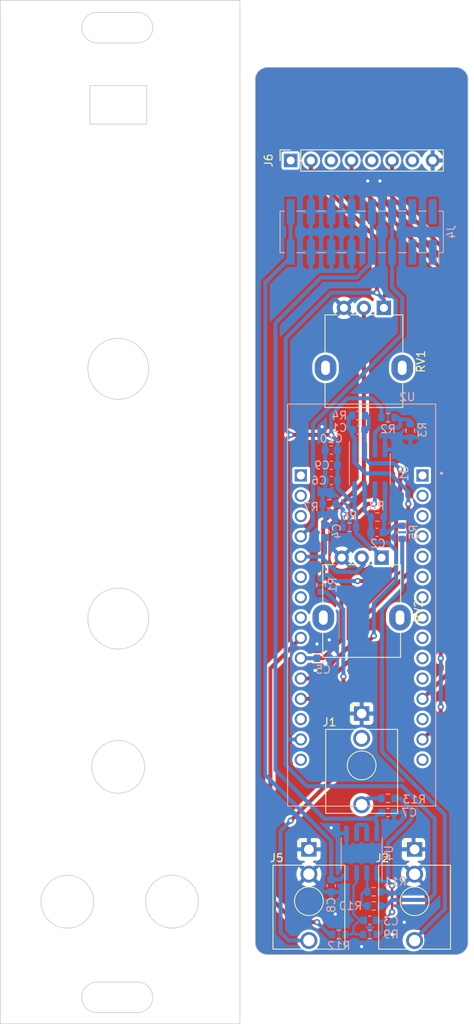
<source format=kicad_pcb>
(kicad_pcb (version 20221018) (generator pcbnew)
  (title_block (title "Module_TOF_Eurorack"))
  (layers (0 "F.Cu" signal) (31 "B.Cu" signal) (34 "B.Paste" user) (35 "F.Paste" user) (36 "B.SilkS" user "B.Silkscreen") (37 "F.SilkS" user "F.Silkscreen") (38 "B.Mask" user) (39 "F.Mask" user) (44 "Edge.Cuts" user))
  (net 0 "")
  (net 1 "/MCP1A-")
  (net 2 "ADC1")
  (net 3 "ADC0")
  (net 4 "Net-(U4A-+)")
  (net 5 "Net-(C3-Pad2)")
  (net 6 "ADC2")
  (net 7 "GND")
  (net 8 "ADC3")
  (net 9 "+3.3V")
  (net 10 "+12V")
  (net 11 "-12V")
  (net 12 "Net-(J1-PadT)")
  (net 14 "Net-(J2-PadT)")
  (net 19 "+5V")
  (net 20 "Net-(J5-PadT)")
  (net 23 "ToF-data")
  (net 25 "ToF_clk")
  (net 27 "/MCP1A+")
  (net 28 "Net-(U4A--)")
  (net 29 "DAC")
  (net 30 "Net-(U4B--)")
  (net 52 "/MCP1A-5")
  (net 53 "/MCP1A+6")
  (footprint "Potentiometer_THT:Potentiometer_Alpha_RD901F-40-00D_Single_Vertical" (layer "F.Cu") (at 162.647 100.577 -90)
    (fp_text reference "RV2" (at 6.71 -4.64 90) (layer "F.SilkS"))
    (fp_text value "R_Potentiometer")
    (pad "" thru_hole oval (at 7.5 -2.3) (size 2.72 3.24) (drill oval 1.1 1.8) (layers "*.Cu" "*.Mask"))
    (pad "" thru_hole oval (at 7.5 7.3) (size 2.72 3.24) (drill oval 1.1 1.8) (layers "*.Cu" "*.Mask"))
    (pad "1" thru_hole rect (at 0 0) (size 1.8 1.8) (drill 1) (layers "*.Cu" "*.Mask") (net 9 "+3.3V"))
    (pad "2" thru_hole circle (at 0 2.5) (size 1.8 1.8) (drill 1) (layers "*.Cu" "*.Mask") (net 6 "ADC2"))
    (pad "3" thru_hole circle (at 0 5) (size 1.8 1.8) (drill 1) (layers "*.Cu" "*.Mask") (net 7 "GND"))
  )
  (footprint "Connector_Audio:Jack_3.5mm_QingPu_WQP-PJ398SM_Vertical_CircularHoles" (layer "F.Cu") (at 153.543 137.063)
    (fp_text reference "J5" (at -4.03 1.08 180) (layer "F.SilkS"))
    (fp_text value "AudioJack2_SwitchT")
    (pad "S" thru_hole rect (at 0 0 180) (size 1.93 1.83) (drill 1.22) (layers "*.Cu" "*.Mask") (net 7 "GND"))
    (pad "T" thru_hole circle (at 0 11.4 180) (size 2.13 2.13) (drill 1.43) (layers "*.Cu" "*.Mask") (net 20 "Net-(J5-PadT)"))
    (pad "TN" thru_hole circle (at 0 3.1 180) (size 2.13 2.13) (drill 1.42) (layers "*.Cu" "*.Mask") (net 7 "GND"))
    (zone (net 0) (net_name "") (layer "F.Cu") (connect_pads (clearance 0)) (min_thickness 0.254)
      (keepout (tracks not_allowed) (vias not_allowed) (pads not_allowed) (copperpour not_allowed) (footprints not_allowed))
      (fill (thermal_gap 0.508) (thermal_bridge_width 0.508))
      (polygon (pts (xy 155.048141 143.543) (xy 155.02793 143.297171) (xy 154.967841 143.057945) (xy 154.869486 142.831744) (xy 154.735508 142.624645) (xy 154.569504 142.44221) (xy 154.375932 142.289336) (xy 154.159992 142.170131) (xy 153.927482 142.087794) (xy 153.684646 142.044539) (xy 153.438007 142.041525) (xy 153.194187 142.078835) (xy 152.959734 142.155466) (xy 152.740946 142.26936) (xy 152.543697 142.417458) (xy 152.373286 142.595784) (xy 152.234288 142.799548) (xy 152.130436 143.023278) (xy 152.064519 143.260965) (xy 152.038308 143.506226) (xy 152.052507 143.752475) (xy 152.106734 143.993099) (xy 152.199532 144.221634) (xy 152.328411 144.431945) (xy 152.489908 144.618382) (xy 152.679687 144.775939) (xy 152.89265 144.900385) (xy 153.123079 144.988377) (xy 153.364785 145.037553) (xy 153.611278 145.046592) (xy 153.855936 145.01525) (xy 154.092191 144.94437) (xy 154.313697 144.835856) (xy 154.514505 144.692621) (xy 154.689223 144.518512) (xy 154.833158 144.318205) (xy 154.942445 144.097079) (xy 155.014149 143.861074) (xy 155.046344 143.616526)))
    )
  )
  (footprint "Connector_Audio:Jack_3.5mm_QingPu_WQP-PJ398SM_Vertical_CircularHoles" (layer "F.Cu") (at 166.7764 137.0696)
    (fp_text reference "J2" (at -4.03 1.08 180) (layer "F.SilkS"))
    (fp_text value "AudioJack2_SwitchT")
    (pad "S" thru_hole rect (at 0 0 180) (size 1.93 1.83) (drill 1.22) (layers "*.Cu" "*.Mask") (net 7 "GND"))
    (pad "T" thru_hole circle (at 0 11.4 180) (size 2.13 2.13) (drill 1.43) (layers "*.Cu" "*.Mask") (net 14 "Net-(J2-PadT)"))
    (pad "TN" thru_hole circle (at 0 3.1 180) (size 2.13 2.13) (drill 1.42) (layers "*.Cu" "*.Mask") (net 7 "GND"))
    (zone (net 0) (net_name "") (layer "F.Cu") (connect_pads (clearance 0)) (min_thickness 0.254)
      (keepout (tracks not_allowed) (vias not_allowed) (pads not_allowed) (copperpour not_allowed) (footprints not_allowed))
      (fill (thermal_gap 0.508) (thermal_bridge_width 0.508))
      (polygon (pts (xy 168.281541 143.5496) (xy 168.26133 143.303771) (xy 168.201241 143.064545) (xy 168.102886 142.838344) (xy 167.968908 142.631245) (xy 167.802904 142.44881) (xy 167.609332 142.295936) (xy 167.393392 142.176731) (xy 167.160882 142.094394) (xy 166.918046 142.051139) (xy 166.671407 142.048125) (xy 166.427587 142.085435) (xy 166.193134 142.162066) (xy 165.974346 142.27596) (xy 165.777097 142.424058) (xy 165.606686 142.602384) (xy 165.467688 142.806148) (xy 165.363836 143.029878) (xy 165.297919 143.267565) (xy 165.271708 143.512826) (xy 165.285907 143.759075) (xy 165.340134 143.999699) (xy 165.432932 144.228234) (xy 165.561811 144.438545) (xy 165.723308 144.624982) (xy 165.913087 144.782539) (xy 166.12605 144.906985) (xy 166.356479 144.994977) (xy 166.598185 145.044153) (xy 166.844678 145.053192) (xy 167.089336 145.02185) (xy 167.325591 144.95097) (xy 167.547097 144.842456) (xy 167.747905 144.699221) (xy 167.922623 144.525112) (xy 168.066558 144.324805) (xy 168.175845 144.103679) (xy 168.247549 143.867674) (xy 168.279744 143.623126)))
    )
  )
  (footprint "Connector_Audio:Jack_3.5mm_QingPu_WQP-PJ398SM_Vertical_CircularHoles" (layer "F.Cu") (at 160.147 120.077)
    (fp_text reference "J1" (at -4.03 1.08 180) (layer "F.SilkS"))
    (fp_text value "AudioJack2_SwitchT")
    (pad "S" thru_hole rect (at 0 0 180) (size 1.93 1.83) (drill 1.22) (layers "*.Cu" "*.Mask") (net 7 "GND"))
    (pad "T" thru_hole circle (at 0 11.4 180) (size 2.13 2.13) (drill 1.43) (layers "*.Cu" "*.Mask") (net 12 "Net-(J1-PadT)"))
    (pad "TN" thru_hole circle (at 0 3.1 180) (size 2.13 2.13) (drill 1.42) (layers "*.Cu" "*.Mask"))
    (zone (net 0) (net_name "") (layer "F.Cu") (connect_pads (clearance 0)) (min_thickness 0.254)
      (keepout (tracks not_allowed) (vias not_allowed) (pads not_allowed) (copperpour not_allowed) (footprints not_allowed))
      (fill (thermal_gap 0.508) (thermal_bridge_width 0.508))
      (polygon (pts (xy 161.652141 126.557) (xy 161.63193 126.311171) (xy 161.571841 126.071945) (xy 161.473486 125.845744) (xy 161.339508 125.638645) (xy 161.173504 125.45621) (xy 160.979932 125.303336) (xy 160.763992 125.184131) (xy 160.531482 125.101794) (xy 160.288646 125.058539) (xy 160.042007 125.055525) (xy 159.798187 125.092835) (xy 159.563734 125.169466) (xy 159.344946 125.28336) (xy 159.147697 125.431458) (xy 158.977286 125.609784) (xy 158.838288 125.813548) (xy 158.734436 126.037278) (xy 158.668519 126.274965) (xy 158.642308 126.520226) (xy 158.656507 126.766475) (xy 158.710734 127.007099) (xy 158.803532 127.235634) (xy 158.932411 127.445945) (xy 159.093908 127.632382) (xy 159.283687 127.789939) (xy 159.49665 127.914385) (xy 159.727079 128.002377) (xy 159.968785 128.051553) (xy 160.215278 128.060592) (xy 160.459936 128.02925) (xy 160.696191 127.95837) (xy 160.917697 127.849856) (xy 161.118505 127.706621) (xy 161.293223 127.532512) (xy 161.437158 127.332205) (xy 161.546445 127.111079) (xy 161.618149 126.875074) (xy 161.650344 126.630526)))
    )
  )
  (footprint "Connector_PinSocket_2.54mm:PinSocket_1x08_P2.54mm_Vertical" (layer "F.Cu") (at 151.257 50.902 90)
    (fp_text reference "J6" (at 0 -2.77 90) (layer "F.SilkS"))
    (fp_text value "Conn_01x08")
    (pad "1" thru_hole rect (at 0 0 90) (size 1.7 1.7) (drill 1) (layers "*.Cu" "*.Mask"))
    (pad "2" thru_hole oval (at 0 2.54 90) (size 1.7 1.7) (drill 1) (layers "*.Cu" "*.Mask") (net 9 "+3.3V"))
    (pad "3" thru_hole oval (at 0 5.08 90) (size 1.7 1.7) (drill 1) (layers "*.Cu" "*.Mask"))
    (pad "4" thru_hole oval (at 0 7.62 90) (size 1.7 1.7) (drill 1) (layers "*.Cu" "*.Mask") (net 23 "ToF-data"))
    (pad "5" thru_hole oval (at 0 10.16 90) (size 1.7 1.7) (drill 1) (layers "*.Cu" "*.Mask"))
    (pad "6" thru_hole oval (at 0 12.7 90) (size 1.7 1.7) (drill 1) (layers "*.Cu" "*.Mask") (net 25 "ToF_clk"))
    (pad "7" thru_hole oval (at 0 15.24 90) (size 1.7 1.7) (drill 1) (layers "*.Cu" "*.Mask"))
    (pad "8" thru_hole oval (at 0 17.78 90) (size 1.7 1.7) (drill 1) (layers "*.Cu" "*.Mask") (net 7 "GND"))
  )
  (footprint "Potentiometer_THT:Potentiometer_Alpha_RD901F-40-00D_Single_Vertical" (layer "F.Cu") (at 162.927 69.332 -90)
    (fp_text reference "RV1" (at 6.71 -4.64 90) (layer "F.SilkS"))
    (fp_text value "R_Potentiometer")
    (pad "" thru_hole oval (at 7.5 -2.3) (size 2.72 3.24) (drill oval 1.1 1.8) (layers "*.Cu" "*.Mask"))
    (pad "" thru_hole oval (at 7.5 7.3) (size 2.72 3.24) (drill oval 1.1 1.8) (layers "*.Cu" "*.Mask"))
    (pad "1" thru_hole rect (at 0 0) (size 1.8 1.8) (drill 1) (layers "*.Cu" "*.Mask") (net 9 "+3.3V"))
    (pad "2" thru_hole circle (at 0 2.5) (size 1.8 1.8) (drill 1) (layers "*.Cu" "*.Mask") (net 8 "ADC3"))
    (pad "3" thru_hole circle (at 0 5) (size 1.8 1.8) (drill 1) (layers "*.Cu" "*.Mask") (net 7 "GND"))
  )
  (footprint "Resistor_SMD:R_0603_1608Metric" (layer "B.Cu") (at 161.671 142.367 180)
    (fp_text reference "R11" (at -2.667 1.27) (layer "B.SilkS") (effects (justify mirror)))
    (fp_text value "27k")
    (pad "1" smd roundrect (at -0.825 0 180) (size 0.8 0.95) (layers "B.Cu" "B.Paste" "B.Mask") (net 7 "GND"))
    (pad "2" smd roundrect (at 0.825 0 180) (size 0.8 0.95) (layers "B.Cu" "B.Paste" "B.Mask") (net 28 "Net-(U4A--)"))
  )
  (footprint "Connector_PinHeader_2.54mm:PinHeader_2x08_P2.54mm_Vertical_SMD" (layer "B.Cu") (at 160.147 59.832 90)
    (fp_text reference "J4" (at 0 11.22 90) (layer "B.SilkS") (effects (justify mirror)))
    (fp_text value "POWER")
    (pad "1" smd rect (at -2.525 8.89 90) (size 3.15 1) (layers "B.Cu" "B.Paste" "B.Mask"))
    (pad "2" smd rect (at 2.525 8.89 90) (size 3.15 1) (layers "B.Cu" "B.Paste" "B.Mask"))
    (pad "3" smd rect (at -2.525 6.35 90) (size 3.15 1) (layers "B.Cu" "B.Paste" "B.Mask"))
    (pad "4" smd rect (at 2.525 6.35 90) (size 3.15 1) (layers "B.Cu" "B.Paste" "B.Mask"))
    (pad "5" smd rect (at -2.525 3.81 90) (size 3.15 1) (layers "B.Cu" "B.Paste" "B.Mask") (net 19 "+5V"))
    (pad "6" smd rect (at 2.525 3.81 90) (size 3.15 1) (layers "B.Cu" "B.Paste" "B.Mask") (net 19 "+5V"))
    (pad "7" smd rect (at -2.525 1.27 90) (size 3.15 1) (layers "B.Cu" "B.Paste" "B.Mask") (net 10 "+12V"))
    (pad "8" smd rect (at 2.525 1.27 90) (size 3.15 1) (layers "B.Cu" "B.Paste" "B.Mask") (net 10 "+12V"))
    (pad "9" smd rect (at -2.525 -1.27 90) (size 3.15 1) (layers "B.Cu" "B.Paste" "B.Mask") (net 7 "GND"))
    (pad "10" smd rect (at 2.525 -1.27 90) (size 3.15 1) (layers "B.Cu" "B.Paste" "B.Mask") (net 7 "GND"))
    (pad "11" smd rect (at -2.525 -3.81 90) (size 3.15 1) (layers "B.Cu" "B.Paste" "B.Mask") (net 7 "GND"))
    (pad "12" smd rect (at 2.525 -3.81 90) (size 3.15 1) (layers "B.Cu" "B.Paste" "B.Mask") (net 7 "GND"))
    (pad "13" smd rect (at -2.525 -6.35 90) (size 3.15 1) (layers "B.Cu" "B.Paste" "B.Mask") (net 7 "GND"))
    (pad "14" smd rect (at 2.525 -6.35 90) (size 3.15 1) (layers "B.Cu" "B.Paste" "B.Mask") (net 7 "GND"))
    (pad "15" smd rect (at -2.525 -8.89 90) (size 3.15 1) (layers "B.Cu" "B.Paste" "B.Mask") (net 11 "-12V"))
    (pad "16" smd rect (at 2.525 -8.89 90) (size 3.15 1) (layers "B.Cu" "B.Paste" "B.Mask") (net 11 "-12V"))
  )
  (footprint "Capacitor_SMD:C_0603_1608Metric" (layer "B.Cu") (at 156.35 90.932 180)
    (fp_text reference "C6" (at 1.537 0) (layer "B.SilkS") (effects (justify mirror)))
    (fp_text value "100nF")
    (pad "1" smd roundrect (at -0.775 0 180) (size 0.9 0.95) (layers "B.Cu" "B.Paste" "B.Mask") (net 9 "+3.3V"))
    (pad "2" smd roundrect (at 0.775 0 180) (size 0.9 0.95) (layers "B.Cu" "B.Paste" "B.Mask") (net 7 "GND"))
  )
  (footprint "Capacitor_SMD:C_0603_1608Metric" (layer "B.Cu") (at 155.321 113.157)
    (fp_text reference "C5" (at 0 1.43) (layer "B.SilkS") (effects (justify mirror)))
    (fp_text value "100nF")
    (pad "1" smd roundrect (at -0.775 0) (size 0.9 0.95) (layers "B.Cu" "B.Paste" "B.Mask") (net 8 "ADC3"))
    (pad "2" smd roundrect (at 0.775 0) (size 0.9 0.95) (layers "B.Cu" "B.Paste" "B.Mask") (net 7 "GND"))
  )
  (footprint "Capacitor_SMD:C_0603_1608Metric" (layer "B.Cu") (at 155.575 97.282 90)
    (fp_text reference "C4" (at 0 1.43 90) (layer "B.SilkS") (effects (justify mirror)))
    (fp_text value "100nF")
    (pad "1" smd roundrect (at -0.775 0 90) (size 0.9 0.95) (layers "B.Cu" "B.Paste" "B.Mask") (net 6 "ADC2"))
    (pad "2" smd roundrect (at 0.775 0 90) (size 0.9 0.95) (layers "B.Cu" "B.Paste" "B.Mask") (net 7 "GND"))
  )
  (footprint "Capacitor_SMD:C_0603_1608Metric" (layer "B.Cu") (at 161.163 145.923)
    (fp_text reference "C3" (at 2.667 0.127) (layer "B.SilkS") (effects (justify mirror)))
    (fp_text value "100p")
    (pad "1" smd roundrect (at -0.775 0) (size 0.9 0.95) (layers "B.Cu" "B.Paste" "B.Mask") (net 4 "Net-(U4A-+)"))
    (pad "2" smd roundrect (at 0.775 0) (size 0.9 0.95) (layers "B.Cu" "B.Paste" "B.Mask") (net 5 "Net-(C3-Pad2)"))
  )
  (footprint "Capacitor_SMD:C_0603_1608Metric" (layer "B.Cu") (at 162.066 97.409 180)
    (fp_text reference "C2" (at -0.113 -1.397) (layer "B.SilkS") (effects (justify mirror)))
    (fp_text value "270pF")
    (pad "1" smd roundrect (at -0.775 0 180) (size 0.9 0.95) (layers "B.Cu" "B.Paste" "B.Mask") (net 52 "/MCP1A-5"))
    (pad "2" smd roundrect (at 0.775 0 180) (size 0.9 0.95) (layers "B.Cu" "B.Paste" "B.Mask") (net 3 "ADC0"))
  )
  (footprint "Capacitor_SMD:C_0603_1608Metric" (layer "B.Cu") (at 156.337 141.605 90)
    (fp_text reference "C8" (at -2.413 0 90) (layer "B.SilkS") (effects (justify mirror)))
    (fp_text value "LIRE_LA_DOC")
    (pad "1" smd roundrect (at -0.775 0 90) (size 0.9 0.95) (layers "B.Cu" "B.Paste" "B.Mask") (net 7 "GND"))
    (pad "2" smd roundrect (at 0.775 0 90) (size 0.9 0.95) (layers "B.Cu" "B.Paste" "B.Mask") (net 11 "-12V"))
  )
  (footprint "Resistor_SMD:R_0603_1608Metric" (layer "B.Cu") (at 156.083 93.853)
    (fp_text reference "R7" (at -2.286 0.381) (layer "B.SilkS") (effects (justify mirror)))
    (fp_text value "27k")
    (pad "1" smd roundrect (at -0.825 0) (size 0.8 0.95) (layers "B.Cu" "B.Paste" "B.Mask") (net 7 "GND"))
    (pad "2" smd roundrect (at 0.825 0) (size 0.8 0.95) (layers "B.Cu" "B.Paste" "B.Mask") (net 53 "/MCP1A+6"))
  )
  (footprint "Package_SO:SOIC-8_3.9x4.9mm_P1.27mm" (layer "B.Cu") (at 160.147 137.541 90)
    (fp_text reference "U4" (at 0 3.4 90) (layer "B.SilkS") (effects (justify mirror)))
    (fp_text value "TL072")
    (pad "1" smd roundrect (at -2.475 1.905 90) (size 1.95 0.6) (layers "B.Cu" "B.Paste" "B.Mask") (net 5 "Net-(C3-Pad2)"))
    (pad "2" smd roundrect (at -2.475 0.635 90) (size 1.95 0.6) (layers "B.Cu" "B.Paste" "B.Mask") (net 28 "Net-(U4A--)"))
    (pad "3" smd roundrect (at -2.475 -0.635 90) (size 1.95 0.6) (layers "B.Cu" "B.Paste" "B.Mask") (net 4 "Net-(U4A-+)"))
    (pad "4" smd roundrect (at -2.475 -1.905 90) (size 1.95 0.6) (layers "B.Cu" "B.Paste" "B.Mask") (net 11 "-12V"))
    (pad "5" smd roundrect (at 2.475 -1.905 90) (size 1.95 0.6) (layers "B.Cu" "B.Paste" "B.Mask") (net 7 "GND"))
    (pad "6" smd roundrect (at 2.475 -0.635 90) (size 1.95 0.6) (layers "B.Cu" "B.Paste" "B.Mask") (net 30 "Net-(U4B--)"))
    (pad "7" smd roundrect (at 2.475 0.635 90) (size 1.95 0.6) (layers "B.Cu" "B.Paste" "B.Mask") (net 30 "Net-(U4B--)"))
    (pad "8" smd roundrect (at 2.475 1.905 90) (size 1.95 0.6) (layers "B.Cu" "B.Paste" "B.Mask") (net 10 "+12V"))
  )
  (footprint "Resistor_SMD:R_0603_1608Metric" (layer "B.Cu") (at 158.623 96.774 180)
    (fp_text reference "R6" (at 0 1.43) (layer "B.SilkS") (effects (justify mirror)))
    (fp_text value "36k")
    (pad "1" smd roundrect (at -0.825 0 180) (size 0.8 0.95) (layers "B.Cu" "B.Paste" "B.Mask") (net 9 "+3.3V"))
    (pad "2" smd roundrect (at 0.825 0 180) (size 0.8 0.95) (layers "B.Cu" "B.Paste" "B.Mask") (net 53 "/MCP1A+6"))
  )
  (footprint "Resistor_SMD:R_0603_1608Metric" (layer "B.Cu") (at 163.449 83.058)
    (fp_text reference "R2" (at 0 1.43) (layer "B.SilkS") (effects (justify mirror)))
    (fp_text value "36k")
    (pad "1" smd roundrect (at -0.825 0) (size 0.8 0.95) (layers "B.Cu" "B.Paste" "B.Mask") (net 9 "+3.3V"))
    (pad "2" smd roundrect (at 0.825 0) (size 0.8 0.95) (layers "B.Cu" "B.Paste" "B.Mask") (net 27 "/MCP1A+"))
  )
  (footprint "Resistor_SMD:R_0603_1608Metric" (layer "B.Cu") (at 163.449 130.683 180)
    (fp_text reference "R13" (at -3.302 -0.127) (layer "B.SilkS") (effects (justify mirror)))
    (fp_text value "1k")
    (pad "1" smd roundrect (at -0.825 0 180) (size 0.8 0.95) (layers "B.Cu" "B.Paste" "B.Mask") (net 5 "Net-(C3-Pad2)"))
    (pad "2" smd roundrect (at 0.825 0 180) (size 0.8 0.95) (layers "B.Cu" "B.Paste" "B.Mask") (net 12 "Net-(J1-PadT)"))
  )
  (footprint "Resistor_SMD:R_0603_1608Metric" (layer "B.Cu") (at 159.766 82.804 180)
    (fp_text reference "R4" (at 2.413 0) (layer "B.SilkS") (effects (justify mirror)))
    (fp_text value "33k")
    (pad "1" smd roundrect (at -0.825 0 180) (size 0.8 0.95) (layers "B.Cu" "B.Paste" "B.Mask") (net 1 "/MCP1A-"))
    (pad "2" smd roundrect (at 0.825 0 180) (size 0.8 0.95) (layers "B.Cu" "B.Paste" "B.Mask") (net 2 "ADC1"))
  )
  (footprint "Resistor_SMD:R_0603_1608Metric" (layer "B.Cu") (at 161.163 147.701)
    (fp_text reference "R9" (at 2.667 0) (layer "B.SilkS") (effects (justify mirror)))
    (fp_text value "91k")
    (pad "1" smd roundrect (at -0.825 0) (size 0.8 0.95) (layers "B.Cu" "B.Paste" "B.Mask") (net 4 "Net-(U4A-+)"))
    (pad "2" smd roundrect (at 0.825 0) (size 0.8 0.95) (layers "B.Cu" "B.Paste" "B.Mask") (net 5 "Net-(C3-Pad2)"))
  )
  (footprint "NUCLEO-L432KC:MODULE_NUCLEO-L432KC" (layer "B.Cu") (at 160.147 106.512 180)
    (fp_text reference "U2" (at -5.715 26.035) (layer "B.SilkS") (effects (justify mirror)))
    (fp_text value "NUCLEO-L432KC")
    (pad "CN3_1" thru_hole rect (at -7.62 16.215 180) (size 1.53 1.53) (drill 1.02) (layers "*.Cu" "*.Mask"))
    (pad "CN3_2" thru_hole circle (at -7.62 13.675 180) (size 1.53 1.53) (drill 1.02) (layers "*.Cu" "*.Mask"))
    (pad "CN3_3" thru_hole circle (at -7.62 11.135 180) (size 1.53 1.53) (drill 1.02) (layers "*.Cu" "*.Mask"))
    (pad "CN3_4" thru_hole circle (at -7.62 8.595 180) (size 1.53 1.53) (drill 1.02) (layers "*.Cu" "*.Mask"))
    (pad "CN3_5" thru_hole circle (at -7.62 6.055 180) (size 1.53 1.53) (drill 1.02) (layers "*.Cu" "*.Mask"))
    (pad "CN3_6" thru_hole circle (at -7.62 3.515 180) (size 1.53 1.53) (drill 1.02) (layers "*.Cu" "*.Mask"))
    (pad "CN3_7" thru_hole circle (at -7.62 0.975 180) (size 1.53 1.53) (drill 1.02) (layers "*.Cu" "*.Mask"))
    (pad "CN3_8" thru_hole circle (at -7.62 -1.565 180) (size 1.53 1.53) (drill 1.02) (layers "*.Cu" "*.Mask"))
    (pad "CN3_9" thru_hole circle (at -7.62 -4.105 180) (size 1.53 1.53) (drill 1.02) (layers "*.Cu" "*.Mask"))
    (pad "CN3_10" thru_hole circle (at -7.62 -6.645 180) (size 1.53 1.53) (drill 1.02) (layers "*.Cu" "*.Mask"))
    (pad "CN3_11" thru_hole circle (at -7.62 -9.185 180) (size 1.53 1.53) (drill 1.02) (layers "*.Cu" "*.Mask"))
    (pad "CN3_12" thru_hole circle (at -7.62 -11.725 180) (size 1.53 1.53) (drill 1.02) (layers "*.Cu" "*.Mask") (net 25 "ToF_clk"))
    (pad "CN3_13" thru_hole circle (at -7.62 -14.265 180) (size 1.53 1.53) (drill 1.02) (layers "*.Cu" "*.Mask"))
    (pad "CN3_14" thru_hole circle (at -7.62 -16.805 180) (size 1.53 1.53) (drill 1.02) (layers "*.Cu" "*.Mask") (net 23 "ToF-data"))
    (pad "CN3_15" thru_hole circle (at -7.62 -19.345 180) (size 1.53 1.53) (drill 1.02) (layers "*.Cu" "*.Mask"))
    (pad "CN4_1" thru_hole rect (at 7.62 16.215 180) (size 1.53 1.53) (drill 1.02) (layers "*.Cu" "*.Mask"))
    (pad "CN4_2" thru_hole circle (at 7.62 13.675 180) (size 1.53 1.53) (drill 1.02) (layers "*.Cu" "*.Mask"))
    (pad "CN4_3" thru_hole circle (at 7.62 11.135 180) (size 1.53 1.53) (drill 1.02) (layers "*.Cu" "*.Mask"))
    (pad "CN4_4" thru_hole circle (at 7.62 8.595 180) (size 1.53 1.53) (drill 1.02) (layers "*.Cu" "*.Mask") (net 19 "+5V"))
    (pad "CN4_5" thru_hole circle (at 7.62 6.055 180) (size 1.53 1.53) (drill 1.02) (layers "*.Cu" "*.Mask") (net 6 "ADC2"))
    (pad "CN4_6" thru_hole circle (at 7.62 3.515 180) (size 1.53 1.53) (drill 1.02) (layers "*.Cu" "*.Mask"))
    (pad "CN4_7" thru_hole circle (at 7.62 0.975 180) (size 1.53 1.53) (drill 1.02) (layers "*.Cu" "*.Mask"))
    (pad "CN4_8" thru_hole circle (at 7.62 -1.565 180) (size 1.53 1.53) (drill 1.02) (layers "*.Cu" "*.Mask"))
    (pad "CN4_9" thru_hole circle (at 7.62 -4.105 180) (size 1.53 1.53) (drill 1.02) (layers "*.Cu" "*.Mask") (net 29 "DAC"))
    (pad "CN4_10" thru_hole circle (at 7.62 -6.645 180) (size 1.53 1.53) (drill 1.02) (layers "*.Cu" "*.Mask") (net 8 "ADC3"))
    (pad "CN4_11" thru_hole circle (at 7.62 -9.185 180) (size 1.53 1.53) (drill 1.02) (layers "*.Cu" "*.Mask") (net 2 "ADC1"))
    (pad "CN4_12" thru_hole circle (at 7.62 -11.725 180) (size 1.53 1.53) (drill 1.02) (layers "*.Cu" "*.Mask") (net 3 "ADC0"))
    (pad "CN4_13" thru_hole circle (at 7.62 -14.265 180) (size 1.53 1.53) (drill 1.02) (layers "*.Cu" "*.Mask"))
    (pad "CN4_14" thru_hole circle (at 7.62 -16.805 180) (size 1.53 1.53) (drill 1.02) (layers "*.Cu" "*.Mask") (net 9 "+3.3V"))
    (pad "CN4_15" thru_hole circle (at 7.62 -19.345 180) (size 1.53 1.53) (drill 1.02) (layers "*.Cu" "*.Mask"))
  )
  (footprint "Resistor_SMD:R_0603_1608Metric" (layer "B.Cu") (at 166.243 84.709 90)
    (fp_text reference "R3" (at 0.127 1.524 90) (layer "B.SilkS") (effects (justify mirror)))
    (fp_text value "27k")
    (pad "1" smd roundrect (at -0.825 0 90) (size 0.8 0.95) (layers "B.Cu" "B.Paste" "B.Mask") (net 7 "GND"))
    (pad "2" smd roundrect (at 0.825 0 90) (size 0.8 0.95) (layers "B.Cu" "B.Paste" "B.Mask") (net 27 "/MCP1A+"))
  )
  (footprint "Resistor_SMD:R_0603_1608Metric" (layer "B.Cu") (at 165.227 97.409 90)
    (fp_text reference "R5" (at 0 1.43 90) (layer "B.SilkS") (effects (justify mirror)))
    (fp_text value "200k")
    (pad "1" smd roundrect (at -0.825 0 90) (size 0.8 0.95) (layers "B.Cu" "B.Paste" "B.Mask") (net 14 "Net-(J2-PadT)"))
    (pad "2" smd roundrect (at 0.825 0 90) (size 0.8 0.95) (layers "B.Cu" "B.Paste" "B.Mask") (net 52 "/MCP1A-5"))
  )
  (footprint "Package_SO:SOIC-8_3.9x4.9mm_P1.27mm" (layer "B.Cu") (at 161.163 89.535 -90)
    (fp_text reference "U1" (at 0.508 -4.318 90) (layer "B.SilkS") (effects (justify mirror)))
    (fp_text value "MCP6002-E/SN")
    (pad "1" smd roundrect (at -2.475 1.905 270) (size 1.95 0.6) (layers "B.Cu" "B.Paste" "B.Mask") (net 2 "ADC1"))
    (pad "2" smd roundrect (at -2.475 0.635 270) (size 1.95 0.6) (layers "B.Cu" "B.Paste" "B.Mask") (net 1 "/MCP1A-"))
    (pad "3" smd roundrect (at -2.475 -0.635 270) (size 1.95 0.6) (layers "B.Cu" "B.Paste" "B.Mask") (net 27 "/MCP1A+"))
    (pad "4" smd roundrect (at -2.475 -1.905 270) (size 1.95 0.6) (layers "B.Cu" "B.Paste" "B.Mask") (net 7 "GND"))
    (pad "5" smd roundrect (at 2.475 -1.905 270) (size 1.95 0.6) (layers "B.Cu" "B.Paste" "B.Mask") (net 52 "/MCP1A-5"))
    (pad "6" smd roundrect (at 2.475 -0.635 270) (size 1.95 0.6) (layers "B.Cu" "B.Paste" "B.Mask") (net 53 "/MCP1A+6"))
    (pad "7" smd roundrect (at 2.475 0.635 270) (size 1.95 0.6) (layers "B.Cu" "B.Paste" "B.Mask") (net 3 "ADC0"))
    (pad "8" smd roundrect (at 2.475 1.905 270) (size 1.95 0.6) (layers "B.Cu" "B.Paste" "B.Mask") (net 9 "+3.3V"))
  )
  (footprint "Resistor_SMD:R_0603_1608Metric" (layer "B.Cu") (at 155.067 104.013 90)
    (fp_text reference "R1" (at 0 1.43 90) (layer "B.SilkS") (effects (justify mirror)))
    (fp_text value "200k")
    (pad "1" smd roundrect (at -0.825 0 90) (size 0.8 0.95) (layers "B.Cu" "B.Paste" "B.Mask") (net 20 "Net-(J5-PadT)"))
    (pad "2" smd roundrect (at 0.825 0 90) (size 0.8 0.95) (layers "B.Cu" "B.Paste" "B.Mask") (net 1 "/MCP1A-"))
  )
  (footprint "Capacitor_SMD:C_0603_1608Metric" (layer "B.Cu") (at 163.436 132.461)
    (fp_text reference "C7" (at 2.68 0) (layer "B.SilkS") (effects (justify mirror)))
    (fp_text value "LIRE_LA_DOC")
    (pad "1" smd roundrect (at -0.775 0) (size 0.9 0.95) (layers "B.Cu" "B.Paste" "B.Mask") (net 10 "+12V"))
    (pad "2" smd roundrect (at 0.775 0) (size 0.9 0.95) (layers "B.Cu" "B.Paste" "B.Mask") (net 7 "GND"))
  )
  (footprint "Capacitor_SMD:C_0603_1608Metric" (layer "B.Cu") (at 156.35 87.122 180)
    (fp_text reference "C10" (at 0 1.43) (layer "B.SilkS") (effects (justify mirror)))
    (fp_text value "100nF")
    (pad "1" smd roundrect (at -0.775 0 180) (size 0.9 0.95) (layers "B.Cu" "B.Paste" "B.Mask") (net 9 "+3.3V"))
    (pad "2" smd roundrect (at 0.775 0 180) (size 0.9 0.95) (layers "B.Cu" "B.Paste" "B.Mask") (net 7 "GND"))
  )
  (footprint "Resistor_SMD:R_0603_1608Metric" (layer "B.Cu") (at 161.671 144.145 180)
    (fp_text reference "R10" (at 2.921 0) (layer "B.SilkS") (effects (justify mirror)))
    (fp_text value "36k")
    (pad "1" smd roundrect (at -0.825 0 180) (size 0.8 0.95) (layers "B.Cu" "B.Paste" "B.Mask") (net 9 "+3.3V"))
    (pad "2" smd roundrect (at 0.825 0 180) (size 0.8 0.95) (layers "B.Cu" "B.Paste" "B.Mask") (net 28 "Net-(U4A--)"))
  )
  (footprint "Resistor_SMD:R_0603_1608Metric" (layer "B.Cu") (at 157.29 147.701)
    (fp_text reference "R12" (at 0 1.43) (layer "B.SilkS") (effects (justify mirror)))
    (fp_text value "15k")
    (pad "1" smd roundrect (at -0.825 0) (size 0.8 0.95) (layers "B.Cu" "B.Paste" "B.Mask") (net 29 "DAC"))
    (pad "2" smd roundrect (at 0.825 0) (size 0.8 0.95) (layers "B.Cu" "B.Paste" "B.Mask") (net 4 "Net-(U4A-+)"))
  )
  (footprint "Resistor_SMD:R_0603_1608Metric" (layer "B.Cu") (at 162.116 95.504 180)
    (fp_text reference "R8" (at 0.064 1.397) (layer "B.SilkS") (effects (justify mirror)))
    (fp_text value "33k")
    (pad "1" smd roundrect (at -0.825 0 180) (size 0.8 0.95) (layers "B.Cu" "B.Paste" "B.Mask") (net 52 "/MCP1A-5"))
    (pad "2" smd roundrect (at 0.825 0 180) (size 0.8 0.95) (layers "B.Cu" "B.Paste" "B.Mask") (net 3 "ADC0"))
  )
  (footprint "Capacitor_SMD:C_0603_1608Metric" (layer "B.Cu") (at 156.35 89.027 180)
    (fp_text reference "C9" (at 1.156 0) (layer "B.SilkS") (effects (justify mirror)))
    (fp_text value "1uF")
    (pad "1" smd roundrect (at -0.775 0 180) (size 0.9 0.95) (layers "B.Cu" "B.Paste" "B.Mask") (net 9 "+3.3V"))
    (pad "2" smd roundrect (at 0.775 0 180) (size 0.9 0.95) (layers "B.Cu" "B.Paste" "B.Mask") (net 7 "GND"))
  )
  (footprint "Capacitor_SMD:C_0603_1608Metric" (layer "B.Cu") (at 159.766 84.582 180)
    (fp_text reference "C1" (at 2.413 0.254) (layer "B.SilkS") (effects (justify mirror)))
    (fp_text value "270pF")
    (pad "1" smd roundrect (at -0.775 0 180) (size 0.9 0.95) (layers "B.Cu" "B.Paste" "B.Mask") (net 1 "/MCP1A-"))
    (pad "2" smd roundrect (at 0.775 0 180) (size 0.9 0.95) (layers "B.Cu" "B.Paste" "B.Mask") (net 2 "ADC1"))
  )
  (gr_poly (pts (arc (start 173.482 148.716999) (mid 173.035631 149.794631) (end 171.957999 150.241)) (arc (start 148.336001 150.241) (mid 147.258369 149.794631) (end 146.812 148.716999)) (arc (start 146.812 40.767001) (mid 147.258369 39.689369) (end 148.336001 39.243)) (arc (start 171.957999 39.243) (mid 173.035631 39.689369) (end 173.482 40.767001))) (stroke (width 0.1)) (fill none) (layer "Edge.Cuts"))
  (gr_circle (center 136.398 143.6116) (end 136.398 140.3096) (stroke (width 0.1)) (fill none) (layer "Edge.Cuts"))
  (gr_circle (center 123.2916 143.6116) (end 123.2916 140.3096) (stroke (width 0.1)) (fill none) (layer "Edge.Cuts"))
  (gr_line (start 127 36.195) (end 132.08 36.195) (stroke (width 0.1)) (layer "Edge.Cuts"))
  (gr_arc (start 127 157.48) (mid 125.095 155.575) (end 127 153.67) (stroke (width 0.1)) (layer "Edge.Cuts"))
  (gr_rect (start 114.907 30.877) (end 144.907 158.877) (stroke (width 0.1)) (fill none) (layer "Edge.Cuts"))
  (gr_circle (center 129.667 76.962) (end 129.667 73.152) (stroke (width 0.1)) (fill none) (layer "Edge.Cuts"))
  (gr_arc (start 132.08 32.385) (mid 133.985 34.29) (end 132.08 36.195) (stroke (width 0.1)) (layer "Edge.Cuts"))
  (gr_arc (start 132.08 153.67) (mid 133.985 155.575) (end 132.08 157.48) (stroke (width 0.1)) (layer "Edge.Cuts"))
  (gr_circle (center 129.667 108.204) (end 129.667 104.394) (stroke (width 0.1)) (fill none) (layer "Edge.Cuts"))
  (gr_circle (center 129.667 126.746) (end 129.667 123.444) (stroke (width 0.1)) (fill none) (layer "Edge.Cuts"))
  (gr_line (start 127 153.67) (end 132.08 153.67) (stroke (width 0.1)) (layer "Edge.Cuts"))
  (gr_line (start 127 157.48) (end 132.08 157.48) (stroke (width 0.1)) (layer "Edge.Cuts"))
  (gr_rect (start 126.111 41.529) (end 133.223 46.355) (stroke (width 0.1)) (fill none) (layer "Edge.Cuts"))
  (gr_arc (start 127 36.195) (mid 125.095 34.29) (end 127 32.385) (stroke (width 0.1)) (layer "Edge.Cuts"))
  (gr_line (start 127 32.385) (end 132.08 32.385) (stroke (width 0.1)) (layer "Edge.Cuts"))
  (segment (start 164.973 92.837) (end 164.973 93.345) (width 0.5) (layer "F.Cu") (net 1))
  (segment (start 164.465 94.349811) (end 164.465 101.727) (width 0.5) (layer "F.Cu") (net 1))
  (segment (start 164.465 93.853) (end 164.465 94.349811) (width 0.5) (layer "F.Cu") (net 1))
  (segment (start 164.973 93.345) (end 164.465 93.853) (width 0.5) (layer "F.Cu") (net 1))
  (segment (start 164.465 101.727) (end 162.687 103.505) (width 0.5) (layer "F.Cu") (net 1))
  (segment (start 162.687 103.505) (end 159.639 103.505) (width 0.5) (layer "F.Cu") (net 1))
  (segment (start 164.973 89.535) (end 164.973 92.837) (width 0.5) (layer "F.Cu") (net 1))
  (via (at 164.973 89.535) (size 0.8) (drill 0.4) (layers "F.Cu" "B.Cu") (net 1))
  (via (at 159.639 103.505) (size 0.8) (drill 0.4) (layers "F.Cu" "B.Cu") (net 1))
  (segment (start 155.321 102.743) (end 156.083 102.743) (width 0.5) (layer "B.Cu") (net 1))
  (segment (start 156.845 103.505) (end 159.639 103.505) (width 0.5) (layer "B.Cu") (net 1))
  (segment (start 160.782 84.582) (end 161.036 84.328) (width 0.5) (layer "B.Cu") (net 1))
  (segment (start 160.528 88.138) (end 161.163 88.773) (width 0.5) (layer "B.Cu") (net 1))
  (segment (start 156.083 102.743) (end 156.845 103.505) (width 0.5) (layer "B.Cu") (net 1))
  (segment (start 160.528 84.595) (end 160.541 84.582) (width 0.5) (layer "B.Cu") (net 1))
  (segment (start 160.782 82.804) (end 161.036 83.058) (width 0.5) (layer "B.Cu") (net 1))
  (segment (start 155.067 102.997) (end 155.321 102.743) (width 0.5) (layer "B.Cu") (net 1))
  (segment (start 155.067 103.188) (end 155.067 102.997) (width 0.5) (layer "B.Cu") (net 1))
  (segment (start 164.211 88.773) (end 164.973 89.535) (width 0.5) (layer "B.Cu") (net 1))
  (segment (start 160.591 82.804) (end 160.782 82.804) (width 0.5) (layer "B.Cu") (net 1))
  (segment (start 161.163 88.773) (end 163.703 88.773) (width 0.5) (layer "B.Cu") (net 1))
  (segment (start 163.703 88.773) (end 164.211 88.773) (width 0.5) (layer "B.Cu") (net 1))
  (segment (start 160.528 87.06) (end 160.528 84.595) (width 0.5) (layer "B.Cu") (net 1))
  (segment (start 161.036 84.328) (end 161.036 83.058) (width 0.5) (layer "B.Cu") (net 1))
  (segment (start 160.528 87.06) (end 160.528 88.138) (width 0.5) (layer "B.Cu") (net 1))
  (segment (start 160.541 84.582) (end 160.782 84.582) (width 0.5) (layer "B.Cu") (net 1))
  (segment (start 154.559 115.697) (end 152.527 115.697) (width 0.5) (layer "F.Cu") (net 2))
  (segment (start 165.989 93.853) (end 165.989 102.489) (width 0.5) (layer "F.Cu") (net 2))
  (segment (start 165.989 102.489) (end 159.639 108.839) (width 0.5) (layer "F.Cu") (net 2))
  (segment (start 159.639 110.617) (end 154.559 115.697) (width 0.5) (layer "F.Cu") (net 2))
  (segment (start 159.639 108.839) (end 159.639 110.617) (width 0.5) (layer "F.Cu") (net 2))
  (via (at 165.989 93.853) (size 0.8) (drill 0.4) (layers "F.Cu" "B.Cu") (net 2))
  (segment (start 158.991 84.582) (end 158.75 84.582) (width 0.5) (layer "B.Cu") (net 2))
  (segment (start 159.258 87.06) (end 159.258 88.646) (width 0.5) (layer "B.Cu") (net 2))
  (segment (start 158.75 84.582) (end 158.496 84.328) (width 0.5) (layer "B.Cu") (net 2))
  (segment (start 163.703 90.043) (end 165.989 92.329) (width 0.5) (layer "B.Cu") (net 2))
  (segment (start 158.991 85.331) (end 159.258 85.598) (width 0.5) (layer "B.Cu") (net 2))
  (segment (start 158.941 82.804) (end 158.75 82.804) (width 0.5) (layer "B.Cu") (net 2))
  (segment (start 165.989 92.329) (end 165.989 93.853) (width 0.5) (layer "B.Cu") (net 2))
  (segment (start 158.75 82.804) (end 158.496 83.058) (width 0.5) (layer "B.Cu") (net 2))
  (segment (start 159.258 85.598) (end 159.258 87.06) (width 0.5) (layer "B.Cu") (net 2))
  (segment (start 159.258 88.646) (end 160.655 90.043) (width 0.5) (layer "B.Cu") (net 2))
  (segment (start 160.655 90.043) (end 163.703 90.043) (width 0.5) (layer "B.Cu") (net 2))
  (segment (start 158.991 84.582) (end 158.991 85.331) (width 0.5) (layer "B.Cu") (net 2))
  (segment (start 158.496 84.328) (end 158.496 83.058) (width 0.5) (layer "B.Cu") (net 2))
  (segment (start 153.797 118.237) (end 157.353 114.681) (width 0.5) (layer "F.Cu") (net 3))
  (segment (start 152.527 118.237) (end 153.797 118.237) (width 0.5) (layer "F.Cu") (net 3))
  (segment (start 157.353 114.681) (end 161.036 110.998) (width 0.5) (layer "F.Cu") (net 3))
  (segment (start 161.036 110.998) (end 161.671 110.363) (width 0.5) (layer "F.Cu") (net 3))
  (via (at 161.671 110.363) (size 0.8) (drill 0.4) (layers "F.Cu" "B.Cu") (net 3))
  (segment (start 163.449 98.679) (end 164.465 99.695) (width 0.5) (layer "B.Cu") (net 3))
  (segment (start 161.291 98.045) (end 161.925 98.679) (width 0.5) (layer "B.Cu") (net 3))
  (segment (start 161.291 97.409) (end 161.291 95.504) (width 0.5) (layer "B.Cu") (net 3))
  (segment (start 161.925 98.679) (end 163.449 98.679) (width 0.5) (layer "B.Cu") (net 3))
  (segment (start 160.528 94.741) (end 161.291 95.504) (width 0.5) (layer "B.Cu") (net 3))
  (segment (start 164.465 103.505) (end 161.671 106.299) (width 0.5) (layer "B.Cu") (net 3))
  (segment (start 161.671 106.299) (end 161.671 110.363) (width 0.5) (layer "B.Cu") (net 3))
  (segment (start 160.528 92.01) (end 160.528 94.741) (width 0.5) (layer "B.Cu") (net 3))
  (segment (start 164.465 99.695) (end 164.465 103.505) (width 0.5) (layer "B.Cu") (net 3))
  (segment (start 161.291 97.409) (end 161.291 98.045) (width 0.5) (layer "B.Cu") (net 3))
  (segment (start 160.338 147.701) (end 159.385 147.701) (width 0.3) (layer "B.Cu") (net 4))
  (segment (start 159.131 146.685) (end 159.893 145.923) (width 0.3) (layer "B.Cu") (net 4))
  (segment (start 159.512 141.224) (end 159.512 140.016) (width 0.3) (layer "B.Cu") (net 4))
  (segment (start 159.131 147.447) (end 159.131 146.685) (width 0.3) (layer "B.Cu") (net 4))
  (segment (start 158.877 147.701) (end 158.115 147.701) (width 0.3) (layer "B.Cu") (net 4))
  (segment (start 159.893 145.923) (end 160.388 145.923) (width 0.3) (layer "B.Cu") (net 4))
  (segment (start 159.131 141.605) (end 159.512 141.224) (width 0.3) (layer "B.Cu") (net 4))
  (segment (start 159.131 147.447) (end 159.385 147.701) (width 0.3) (layer "B.Cu") (net 4))
  (segment (start 158.877 147.701) (end 159.131 147.447) (width 0.3) (layer "B.Cu") (net 4))
  (segment (start 159.131 145.161) (end 159.131 141.605) (width 0.3) (layer "B.Cu") (net 4))
  (segment (start 159.893 145.923) (end 159.131 145.161) (width 0.3) (layer "B.Cu") (net 4))
  (segment (start 163.957 141.605) (end 163.957 144.907) (width 0.3) (layer "F.Cu") (net 5))
  (via (at 163.957 141.605) (size 0.8) (drill 0.4) (layers "F.Cu" "B.Cu") (net 5))
  (via (at 163.957 144.907) (size 0.8) (drill 0.4) (layers "F.Cu" "B.Cu") (net 5))
  (segment (start 162.687 147.447) (end 162.687 146.177) (width 0.3) (layer "B.Cu") (net 5))
  (segment (start 162.687 146.177) (end 162.433 145.923) (width 0.3) (layer "B.Cu") (net 5))
  (segment (start 162.052 140.462) (end 162.687 141.097) (width 0.5) (layer "B.Cu") (net 5))
  (segment (start 163.449 141.097) (end 163.449 136.271) (width 0.5) (layer "B.Cu") (net 5))
  (segment (start 162.687 146.177) (end 163.957 144.907) (width 0.3) (layer "B.Cu") (net 5))
  (segment (start 162.052 140.016) (end 162.052 140.462) (width 0.3) (layer "B.Cu") (net 5))
  (segment (start 161.988 147.701) (end 162.433 147.701) (width 0.3) (layer "B.Cu") (net 5))
  (segment (start 162.687 141.097) (end 163.449 141.097) (width 0.5) (layer "B.Cu") (net 5))
  (segment (start 164.973 130.683) (end 164.274 130.683) (width 0.5) (layer "B.Cu") (net 5))
  (segment (start 162.433 147.701) (end 162.687 147.447) (width 0.3) (layer "B.Cu") (net 5))
  (segment (start 163.449 141.097) (end 163.957 141.605) (width 0.5) (layer "B.Cu") (net 5))
  (segment (start 162.433 145.923) (end 161.938 145.923) (width 0.3) (layer "B.Cu") (net 5))
  (segment (start 166.37 132.08) (end 164.973 130.683) (width 0.5) (layer "B.Cu") (net 5))
  (segment (start 166.37 133.35) (end 166.37 132.08) (width 0.5) (layer "B.Cu") (net 5))
  (segment (start 163.449 136.271) (end 166.37 133.35) (width 0.5) (layer "B.Cu") (net 5))
  (segment (start 155.067 100.457) (end 152.527 100.457) (width 0.5) (layer "B.Cu") (net 6))
  (segment (start 156.972 102.362) (end 155.067 100.457) (width 0.5) (layer "B.Cu") (net 6))
  (segment (start 155.575 99.949) (end 155.575 98.057) (width 0.5) (layer "B.Cu") (net 6))
  (segment (start 160.427 101.447) (end 159.512 102.362) (width 0.5) (layer "B.Cu") (net 6))
  (segment (start 159.512 102.362) (end 156.972 102.362) (width 0.5) (layer "B.Cu") (net 6))
  (segment (start 160.427 100.577) (end 160.427 101.447) (width 0.5) (layer "B.Cu") (net 6))
  (segment (start 155.067 100.457) (end 155.575 99.949) (width 0.5) (layer "B.Cu") (net 6))
  (via (at 160.909 53.467) (size 0.8) (drill 0.4) (layers "F.Cu" "B.Cu") (net 7))
  (via (at 165.481 146.177) (size 0.8) (drill 0.4) (layers "F.Cu" "B.Cu") (net 7))
  (via (at 155.194 84.201) (size 0.8) (drill 0.4) (layers "F.Cu" "B.Cu") (net 7))
  (via (at 160.147 149.225) (size 0.8) (drill 0.4) (layers "F.Cu" "B.Cu") (net 7))
  (via (at 163.957 147.701) (size 0.8) (drill 0.4) (layers "F.Cu" "B.Cu") (net 7))
  (via (at 156.845 145.161) (size 0.8) (drill 0.4) (layers "F.Cu" "B.Cu") (net 7))
  (via (at 156.083 110.871) (size 0.8) (drill 0.4) (layers "F.Cu" "B.Cu") (net 7))
  (via (at 154.305 114.681) (size 0.8) (drill 0.4) (layers "F.Cu" "B.Cu") (net 7))
  (via (at 162.433 53.467) (size 0.8) (drill 0.4) (layers "F.Cu" "B.Cu") (net 7))
  (via (at 156.337 134.366) (size 0.8) (drill 0.4) (layers "F.Cu" "B.Cu") (net 7))
  (via (at 154.559 111.379) (size 0.8) (drill 0.4) (layers "F.Cu" "B.Cu") (net 7))
  (segment (start 162.496 142.367) (end 162.584 142.455) (width 0.5) (layer "B.Cu") (net 7))
  (segment (start 155.321 96.139) (end 155.321 102.743) (width 0.5) (layer "F.Cu") (net 8))
  (segment (start 155.321 102.743) (end 157.607 105.029) (width 0.5) (layer "F.Cu") (net 8))
  (segment (start 160.427 69.332) (end 160.427 91.033) (width 0.5) (layer "F.Cu") (net 8))
  (segment (start 157.607 110.871) (end 155.321 113.157) (width 0.5) (layer "F.Cu") (net 8))
  (segment (start 155.321 113.157) (end 152.527 113.157) (width 0.5) (layer "F.Cu") (net 8))
  (segment (start 157.607 105.029) (end 157.607 110.871) (width 0.5) (layer "F.Cu") (net 8))
  (segment (start 160.427 91.033) (end 155.321 96.139) (width 0.5) (layer "F.Cu") (net 8))
  (segment (start 152.527 113.157) (end 154.546 113.157) (width 0.5) (layer "B.Cu") (net 8))
  (segment (start 151.257 85.217) (end 156.337 85.217) (width 0.5) (layer "F.Cu") (net 9))
  (segment (start 162.052 60.706) (end 162.052 67.437) (width 0.5) (layer "F.Cu") (net 9))
  (segment (start 153.797 52.451) (end 162.052 60.706) (width 0.5) (layer "F.Cu") (net 9))
  (segment (start 153.797 50.902) (end 153.797 52.451) (width 0.5) (layer "F.Cu") (net 9))
  (via (at 156.337 85.217) (size 0.8) (drill 0.4) (layers "F.Cu" "B.Cu") (net 9))
  (via (at 151.257 85.217) (size 0.8) (drill 0.4) (layers "F.Cu" "B.Cu") (net 9))
  (via (at 162.052 67.437) (size 0.8) (drill 0.4) (layers "F.Cu" "B.Cu") (net 9))
  (segment (start 150.622 85.852) (end 150.622 122.809) (width 0.5) (layer "B.Cu") (net 9))
  (segment (start 153.289 129.159) (end 165.227 129.159) (width 0.5) (layer "B.Cu") (net 9))
  (segment (start 150.622 122.809) (end 150.622 123.317) (width 0.5) (layer "B.Cu") (net 9))
  (segment (start 151.003 123.317) (end 150.622 123.317) (width 0.5) (layer "B.Cu") (net 9))
  (segment (start 150.622 122.809) (end 150.622 122.936) (width 0.5) (layer "B.Cu") (net 9))
  (segment (start 162.647 100.417) (end 162.647 100.577) (width 0.5) (layer "B.Cu") (net 9))
  (segment (start 168.529 143.383) (end 163.957 143.383) (width 0.5) (layer "B.Cu") (net 9))
  (segment (start 157.125 87.122) (end 157.125 89.027) (width 0.5) (layer "B.Cu") (net 9))
  (segment (start 159.004 93.345) (end 159.258 93.599) (width 0.5) (layer "B.Cu") (net 9))
  (segment (start 159.448 97.472) (end 161.417 99.441) (width 0.5) (layer "B.Cu") (net 9))
  (segment (start 157.125 86.005) (end 156.337 85.217) (width 0.5) (layer "B.Cu") (net 9))
  (segment (start 157.125 90.932) (end 157.125 89.027) (width 0.5) (layer "B.Cu") (net 9))
  (segment (start 150.622 126.492) (end 153.289 129.159) (width 0.5) (layer "B.Cu") (net 9))
  (segment (start 159.448 96.774) (end 159.448 97.472) (width 0.5) (layer "B.Cu") (net 9))
  (segment (start 159.004 93.345) (end 159.258 93.091) (width 0.5) (layer "B.Cu") (net 9))
  (segment (start 162.624 81.852) (end 161.417 80.645) (width 0.5) (layer "B.Cu") (net 9))
  (segment (start 150.622 84.582) (end 151.257 85.217) (width 0.5) (layer "B.Cu") (net 9))
  (segment (start 156.337 82.677) (end 156.337 85.217) (width 0.5) (layer "B.Cu") (net 9))
  (segment (start 152.527 123.317) (end 151.003 123.317) (width 0.5) (layer "B.Cu") (net 9))
  (segment (start 165.227 129.159) (end 169.291 133.223) (width 0.5) (layer "B.Cu") (net 9))
  (segment (start 159.258 93.853) (end 159.258 93.091) (width 0.5) (layer "B.Cu") (net 9))
  (segment (start 157.125 91.847) (end 158.623 93.345) (width 0.5) (layer "B.Cu") (net 9))
  (segment (start 150.622 73.152) (end 150.622 84.582) (width 0.5) (layer "B.Cu") (net 9))
  (segment (start 158.369 80.645) (end 156.337 82.677) (width 0.5) (layer "B.Cu") (net 9))
  (segment (start 161.417 80.645) (end 158.369 80.645) (width 0.5) (layer "B.Cu") (net 9))
  (segment (start 159.258 93.091) (end 159.258 92.01) (width 0.5) (layer "B.Cu") (net 9))
  (segment (start 159.258 93.599) (end 159.258 93.853) (width 0.5) (layer "B.Cu") (net 9))
  (segment (start 151.257 85.217) (end 150.622 85.852) (width 0.5) (layer "B.Cu") (net 9))
  (segment (start 161.671 99.441) (end 162.647 100.417) (width 0.5) (layer "B.Cu") (net 9))
  (segment (start 161.417 99.441) (end 161.671 99.441) (width 0.5) (layer "B.Cu") (net 9))
  (segment (start 157.125 87.122) (end 157.125 86.005) (width 0.5) (layer "B.Cu") (net 9))
  (segment (start 162.052 67.437) (end 156.337 67.437) (width 0.5) (layer "B.Cu") (net 9))
  (segment (start 159.448 94.678) (end 159.258 94.488) (width 0.5) (layer "B.Cu") (net 9))
  (segment (start 150.622 123.825) (end 150.622 126.492) (width 0.5) (layer "B.Cu") (net 9))
  (segment (start 169.291 133.223) (end 169.291 142.621) (width 0.5) (layer "B.Cu") (net 9))
  (segment (start 156.337 67.437) (end 150.622 73.152) (width 0.5) (layer "B.Cu") (net 9))
  (segment (start 150.622 122.936) (end 151.003 123.317) (width 0.5) (layer "B.Cu") (net 9))
  (segment (start 158.623 93.345) (end 159.004 93.345) (width 0.5) (layer "B.Cu") (net 9))
  (segment (start 150.622 123.825) (end 150.622 123.698) (width 0.5) (layer "B.Cu") (net 9))
  (segment (start 162.927 69.332) (end 162.927 68.312) (width 0.5) (layer "B.Cu") (net 9))
  (segment (start 157.125 90.932) (end 157.125 91.847) (width 0.5) (layer "B.Cu") (net 9))
  (segment (start 150.622 123.698) (end 151.003 123.317) (width 0.5) (layer "B.Cu") (net 9))
  (segment (start 150.622 123.317) (end 150.622 123.825) (width 0.5) (layer "B.Cu") (net 9))
  (segment (start 162.927 68.312) (end 162.052 67.437) (width 0.5) (layer "B.Cu") (net 9))
  (segment (start 159.448 96.774) (end 159.448 94.678) (width 0.5) (layer "B.Cu") (net 9))
  (segment (start 163.195 144.145) (end 162.496 144.145) (width 0.5) (layer "B.Cu") (net 9))
  (segment (start 169.291 142.621) (end 168.529 143.383) (width 0.5) (layer "B.Cu") (net 9))
  (segment (start 162.624 81.852) (end 162.624 83.058) (width 0.5) (layer "B.Cu") (net 9))
  (segment (start 163.957 143.383) (end 163.195 144.145) (width 0.5) (layer "B.Cu") (net 9))
  (segment (start 159.258 94.488) (end 159.258 93.853) (width 0.5) (layer "B.Cu") (net 9))
  (segment (start 162.433 132.461) (end 162.661 132.461) (width 0.5) (layer "B.Cu") (net 10))
  (segment (start 161.417 57.307) (end 161.417 62.357) (width 0.5) (layer "B.Cu") (net 10))
  (segment (start 162.052 133.604) (end 162.052 135.066) (width 0.5) (layer "B.Cu") (net 10))
  (segment (start 155.067 65.532) (end 149.352 71.247) (width 0.5) (layer "B.Cu") (net 10))
  (segment (start 161.671 133.223) (end 162.433 132.461) (width 0.5) (layer "B.Cu") (net 10))
  (segment (start 155.448 133.223) (end 161.671 133.223) (width 0.5) (layer "B.Cu") (net 10))
  (segment (start 161.417 63.627) (end 159.512 65.532) (width 0.5) (layer "B.Cu") (net 10))
  (segment (start 159.512 65.532) (end 155.067 65.532) (width 0.5) (layer "B.Cu") (net 10))
  (segment (start 149.352 127.127) (end 155.448 133.223) (width 0.5) (layer "B.Cu") (net 10))
  (segment (start 161.671 133.223) (end 162.052 133.604) (width 0.5) (layer "B.Cu") (net 10))
  (segment (start 149.352 71.247) (end 149.352 127.127) (width 0.5) (layer "B.Cu") (net 10))
  (segment (start 161.417 62.357) (end 161.417 63.627) (width 0.5) (layer "B.Cu") (net 10))
  (segment (start 148.082 127.762) (end 156.337 136.017) (width 0.5) (layer "B.Cu") (net 11))
  (segment (start 151.257 62.992) (end 148.082 66.167) (width 0.5) (layer "B.Cu") (net 11))
  (segment (start 156.337 140.83) (end 157.428 140.83) (width 0.5) (layer "B.Cu") (net 11))
  (segment (start 151.257 57.307) (end 151.257 62.357) (width 0.5) (layer "B.Cu") (net 11))
  (segment (start 151.257 62.357) (end 151.257 62.992) (width 0.5) (layer "B.Cu") (net 11))
  (segment (start 148.082 66.167) (end 148.082 127.762) (width 0.5) (layer "B.Cu") (net 11))
  (segment (start 156.337 136.017) (end 156.337 140.83) (width 0.5) (layer "B.Cu") (net 11))
  (segment (start 157.428 140.83) (end 158.242 140.016) (width 0.5) (layer "B.Cu") (net 11))
  (segment (start 162.624 130.683) (end 160.941 130.683) (width 0.5) (layer "B.Cu") (net 12))
  (segment (start 160.941 130.683) (end 160.147 131.477) (width 0.5) (layer "B.Cu") (net 12))
  (segment (start 165.227 98.234) (end 165.227 104.521) (width 0.5) (layer "B.Cu") (net 14))
  (segment (start 170.561 132.715) (end 170.561 144.536185) (width 0.5) (layer "B.Cu") (net 14))
  (segment (start 162.687 107.061) (end 162.687 124.841) (width 0.5) (layer "B.Cu") (net 14))
  (segment (start 165.227 104.521) (end 162.687 107.061) (width 0.5) (layer "B.Cu") (net 14))
  (segment (start 170.561 144.536185) (end 166.638646 148.458539) (width 0.5) (layer "B.Cu") (net 14))
  (segment (start 162.687 124.841) (end 170.561 132.715) (width 0.5) (layer "B.Cu") (net 14))
  (segment (start 165.227 72.676594) (end 154.051 83.852594) (width 0.5) (layer "B.Cu") (net 19))
  (segment (start 163.957 62.357) (end 163.957 66.802) (width 0.5) (layer "B.Cu") (net 19))
  (segment (start 165.227 68.072) (end 165.227 72.676594) (width 0.5) (layer "B.Cu") (net 19))
  (segment (start 154.051 96.393) (end 152.527 97.917) (width 0.5) (layer "B.Cu") (net 19))
  (segment (start 163.957 66.802) (end 165.227 68.072) (width 0.5) (layer "B.Cu") (net 19))
  (segment (start 163.957 57.307) (end 163.957 62.357) (width 0.5) (layer "B.Cu") (net 19))
  (segment (start 154.051 83.852594) (end 154.051 96.393) (width 0.5) (layer "B.Cu") (net 19))
  (segment (start 157.353 124.333) (end 157.607 124.079) (width 0.5) (layer "F.Cu") (net 20))
  (segment (start 157.861 123.825) (end 157.861 115.443) (width 0.5) (layer "F.Cu") (net 20))
  (segment (start 157.607 124.079) (end 157.861 123.825) (width 0.5) (layer "F.Cu") (net 20))
  (segment (start 151.257 133.477) (end 157.353 127.381) (width 0.5) (layer "F.Cu") (net 20))
  (segment (start 157.353 127.381) (end 157.353 124.333) (width 0.5) (layer "F.Cu") (net 20))
  (via (at 157.861 115.443) (size 0.8) (drill 0.4) (layers "F.Cu" "B.Cu") (net 20))
  (via (at 151.257 133.477) (size 0.8) (drill 0.4) (layers "F.Cu" "B.Cu") (net 20))
  (segment (start 155.638 104.838) (end 155.067 104.838) (width 0.5) (layer "B.Cu") (net 20))
  (segment (start 153.543 148.463) (end 151.003 148.463) (width 0.5) (layer "B.Cu") (net 20))
  (segment (start 157.861 115.443) (end 157.861 107.061) (width 0.5) (layer "B.Cu") (net 20))
  (segment (start 157.861 107.061) (end 155.638 104.838) (width 0.5) (layer "B.Cu") (net 20))
  (segment (start 149.987 134.747) (end 151.257 133.477) (width 0.5) (layer "B.Cu") (net 20))
  (segment (start 149.987 147.447) (end 149.987 134.747) (width 0.5) (layer "B.Cu") (net 20))
  (segment (start 151.003 148.463) (end 149.987 147.447) (width 0.5) (layer "B.Cu") (net 20))
  (segment (start 170.053 119.253) (end 170.053 121.031) (width 0.5) (layer "F.Cu") (net 23))
  (segment (start 158.877 53.213) (end 158.877 50.902) (width 0.5) (layer "F.Cu") (net 23))
  (segment (start 170.053 121.031) (end 167.767 123.317) (width 0.5) (layer "F.Cu") (net 23))
  (segment (start 170.053 113.157) (end 170.053 64.389) (width 0.5) (layer "F.Cu") (net 23))
  (segment (start 170.053 64.389) (end 158.877 53.213) (width 0.5) (layer "F.Cu") (net 23))
  (via (at 170.053 119.253) (size 0.8) (drill 0.4) (layers "F.Cu" "B.Cu") (net 23))
  (via (at 170.053 113.157) (size 0.8) (drill 0.4) (layers "F.Cu" "B.Cu") (net 23))
  (segment (start 170.053 119.253) (end 170.053 113.157) (width 0.5) (layer "B.Cu") (net 23))
  (segment (start 171.069 114.935) (end 171.069 62.611) (width 0.5) (layer "F.Cu") (net 25))
  (segment (start 167.767 118.237) (end 171.069 114.935) (width 0.5) (layer "F.Cu") (net 25))
  (segment (start 163.957 55.499) (end 163.957 50.902) (width 0.5) (layer "F.Cu") (net 25))
  (segment (start 171.069 62.611) (end 163.957 55.499) (width 0.5) (layer "F.Cu") (net 25))
  (segment (start 166.116 83.312) (end 166.243 83.439) (width 0.5) (layer "B.Cu") (net 27))
  (segment (start 164.719 84.328) (end 164.973 84.074) (width 0.5) (layer "B.Cu") (net 27))
  (segment (start 164.973 84.074) (end 164.973 83.312) (width 0.5) (layer "B.Cu") (net 27))
  (segment (start 161.798 87.06) (end 161.798 84.963) (width 0.5) (layer "B.Cu") (net 27))
  (segment (start 162.433 84.328) (end 164.719 84.328) (width 0.5) (layer "B.Cu") (net 27))
  (segment (start 164.719 83.058) (end 164.274 83.058) (width 0.5) (layer "B.Cu") (net 27))
  (segment (start 164.973 83.312) (end 166.116 83.312) (width 0.5) (layer "B.Cu") (net 27))
  (segment (start 161.798 84.963) (end 162.433 84.328) (width 0.5) (layer "B.Cu") (net 27))
  (segment (start 164.973 83.312) (end 164.719 83.058) (width 0.5) (layer "B.Cu") (net 27))
  (segment (start 160.147 142.621) (end 160.401 142.367) (width 0.3) (layer "B.Cu") (net 28))
  (segment (start 160.401 142.367) (end 160.846 142.367) (width 0.3) (layer "B.Cu") (net 28))
  (segment (start 160.846 142.367) (end 160.846 140.08) (width 0.3) (layer "B.Cu") (net 28))
  (segment (start 160.846 140.08) (end 160.782 140.016) (width 0.3) (layer "B.Cu") (net 28))
  (segment (start 160.846 144.145) (end 160.401 144.145) (width 0.3) (layer "B.Cu") (net 28))
  (segment (start 160.401 144.145) (end 160.147 143.891) (width 0.3) (layer "B.Cu") (net 28))
  (segment (start 160.147 143.891) (end 160.147 142.621) (width 0.3) (layer "B.Cu") (net 28))
  (segment (start 148.717 114.427) (end 148.717 143.129) (width 0.5) (layer "F.Cu") (net 29))
  (segment (start 152.527 110.617) (end 148.717 114.427) (width 0.5) (layer "F.Cu") (net 29))
  (segment (start 151.765 146.177) (end 154.559 146.177) (width 0.5) (layer "F.Cu") (net 29))
  (segment (start 148.717 143.129) (end 151.765 146.177) (width 0.5) (layer "F.Cu") (net 29))
  (via (at 154.559 146.177) (size 0.8) (drill 0.4) (layers "F.Cu" "B.Cu") (net 29))
  (segment (start 154.559 146.177) (end 156.083 147.701) (width 0.5) (layer "B.Cu") (net 29))
  (segment (start 156.083 147.701) (end 156.465 147.701) (width 0.5) (layer "B.Cu") (net 29))
  (segment (start 160.655 133.985) (end 160.782 134.112) (width 0.5) (layer "B.Cu") (net 30))
  (segment (start 159.512 135.066) (end 159.512 134.112) (width 0.5) (layer "B.Cu") (net 30))
  (segment (start 159.512 134.112) (end 159.639 133.985) (width 0.5) (layer "B.Cu") (net 30))
  (segment (start 159.639 133.985) (end 160.655 133.985) (width 0.5) (layer "B.Cu") (net 30))
  (segment (start 163.068 92.01) (end 163.068 95.377) (width 0.5) (layer "B.Cu") (net 52))
  (segment (start 164.211 96.647) (end 165.164 96.647) (width 0.5) (layer "B.Cu") (net 52))
  (segment (start 162.841 97.409) (end 163.449 97.409) (width 0.5) (layer "B.Cu") (net 52))
  (segment (start 163.449 97.409) (end 164.211 96.647) (width 0.5) (layer "B.Cu") (net 52))
  (segment (start 162.941 95.504) (end 162.941 97.309) (width 0.5) (layer "B.Cu") (net 52))
  (segment (start 165.164 96.647) (end 165.227 96.584) (width 0.5) (layer "B.Cu") (net 52))
  (segment (start 163.068 95.377) (end 162.941 95.504) (width 0.5) (layer "B.Cu") (net 52))
  (segment (start 161.671 93.853) (end 160.909 93.853) (width 0.5) (layer "F.Cu") (net 53))
  (segment (start 159.639 95.123) (end 157.861 95.123) (width 0.5) (layer "F.Cu") (net 53))
  (segment (start 160.909 93.853) (end 159.639 95.123) (width 0.5) (layer "F.Cu") (net 53))
  (via (at 161.671 93.853) (size 0.8) (drill 0.4) (layers "F.Cu" "B.Cu") (net 53))
  (via (at 157.861 95.123) (size 0.8) (drill 0.4) (layers "F.Cu" "B.Cu") (net 53))
  (segment (start 161.798 93.726) (end 161.671 93.853) (width 0.5) (layer "B.Cu") (net 53))
  (segment (start 157.798 95.186) (end 157.861 95.123) (width 0.5) (layer "B.Cu") (net 53))
  (segment (start 156.908 93.853) (end 157.099 93.853) (width 0.5) (layer "B.Cu") (net 53))
  (segment (start 157.099 93.853) (end 157.861 94.615) (width 0.5) (layer "B.Cu") (net 53))
  (segment (start 157.798 94.678) (end 157.861 94.615) (width 0.5) (layer "B.Cu") (net 53))
  (segment (start 161.798 92.01) (end 161.798 93.726) (width 0.5) (layer "B.Cu") (net 53))
  (segment (start 157.798 95.06) (end 157.798 94.678) (width 0.5) (layer "B.Cu") (net 53))
  (segment (start 157.798 96.774) (end 157.798 95.186) (width 0.5) (layer "B.Cu") (net 53))
  (segment (start 157.861 95.123) (end 157.798 95.06) (width 0.5) (layer "B.Cu") (net 53))
  (zone (net 7) (net_name "GND") (layer "F.Cu") (name "GND") (connect_pads (clearance 0.4)) (min_thickness 0.25) (fill yes (thermal_gap 0.5) (thermal_bridge_width 0.5) (smoothing fillet) (radius 3))
    (polygon (pts (xy 146.812 39.243) (xy 173.482 39.243) (xy 173.482 150.241) (xy 146.812 150.241)))
  )
  (zone (net 7) (net_name "GND") (layer "B.Cu") (name "GND") (connect_pads (clearance 0.3)) (min_thickness 0.25) (fill yes (thermal_gap 0.5) (thermal_bridge_width 0.5) (smoothing fillet) (radius 3))
    (polygon (pts (xy 146.812 39.243) (xy 173.482 39.243) (xy 173.482 150.241) (xy 146.812 150.241)))
  )
)
</source>
